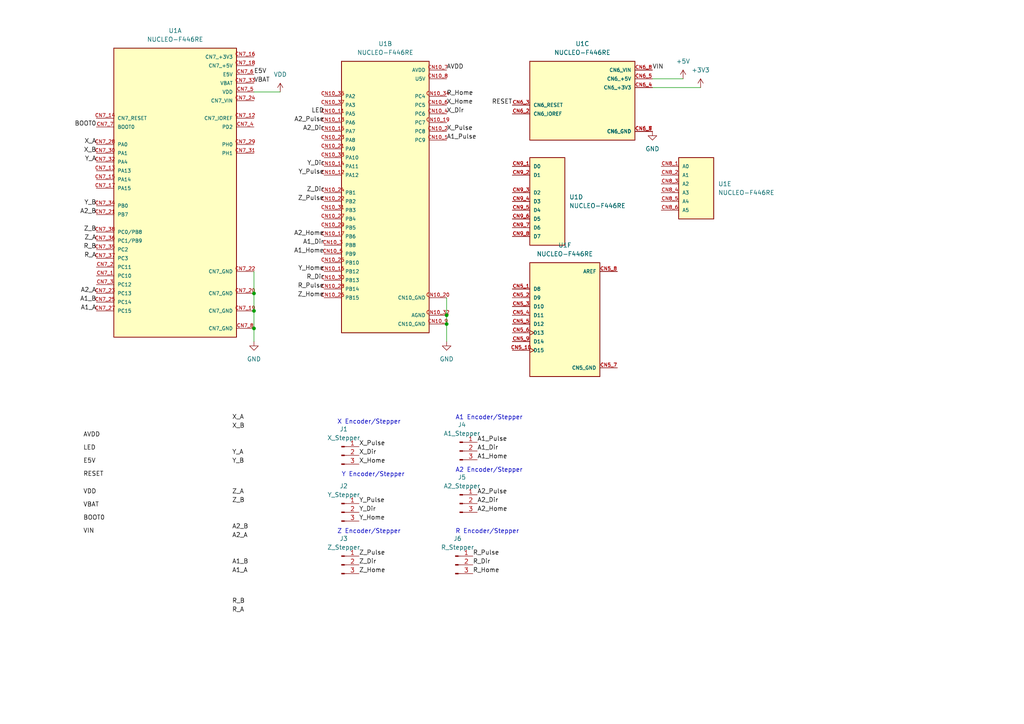
<source format=kicad_sch>
(kicad_sch (version 20230121) (generator eeschema)
  (paper "A4")
  (lib_symbols
    (symbol "Connector:Conn_01x03_Pin" (pin_names (offset 1.016) hide)
      (property "Reference" "J" (at 0 5.08 0))
      (property "Value" "Conn_01x03_Pin" (at 0 -5.08 0))
      (symbol "Conn_01x03_Pin_1_1"
        (polyline (pts (xy 1.27 -2.54) (xy 0.8636 -2.54)) (stroke (width 0.1524)))
        (polyline (pts (xy 1.27 0) (xy 0.8636 0)) (stroke (width 0.1524)))
        (polyline (pts (xy 1.27 2.54) (xy 0.8636 2.54)) (stroke (width 0.1524)))
        (rectangle (start 0.8636 -2.413) (end 0 -2.667) (stroke (width 0.1524)) (fill (type outline)))
        (rectangle (start 0.8636 0.127) (end 0 -0.127) (stroke (width 0.1524)) (fill (type outline)))
        (rectangle (start 0.8636 2.667) (end 0 2.413) (stroke (width 0.1524)) (fill (type outline)))
        (pin passive line (at 5.08 2.54 180) (length 3.81) (name "Pin_1") (number "1"))
        (pin passive line (at 5.08 0 180) (length 3.81) (name "Pin_2") (number "2"))
        (pin passive line (at 5.08 -2.54 180) (length 3.81) (name "Pin_3") (number "3"))
      )
    )
    (symbol "NUCLEO-F446RE:NUCLEO-F446RE" (pin_names (offset 1.016))
      (property "Reference" "U" (at -17.78 41.91 0))
      (property "Value" "NUCLEO-F446RE" (at -17.78 -44.45 0))
      (symbol "NUCLEO-F446RE_1_0"
        (rectangle (start -17.78 40.64) (end 17.78 -43.18) (stroke (width 0.254)) (fill (type background)))
        (pin bidirectional line (at -22.86 -25.4 0) (length 5.08) (name "PC10") (number "CN7_1"))
        (pin bidirectional line (at 22.86 20.32 180) (length 5.08) (name "CN7_IOREF") (number "CN7_12"))
        (pin bidirectional line (at -22.86 5.08 0) (length 5.08) (name "PA13") (number "CN7_13"))
        (pin bidirectional line (at -22.86 20.32 0) (length 5.08) (name "CN7_RESET") (number "CN7_14"))
        (pin bidirectional line (at -22.86 2.54 0) (length 5.08) (name "PA14") (number "CN7_15"))
        (pin power_in line (at 22.86 38.1 180) (length 5.08) (name "CN7_+3V3") (number "CN7_16"))
        (pin bidirectional line (at -22.86 0 0) (length 5.08) (name "PA15") (number "CN7_17"))
        (pin power_in line (at 22.86 35.56 180) (length 5.08) (name "CN7_+5V") (number "CN7_18"))
        (pin power_in line (at 22.86 -35.56 180) (length 5.08) (name "CN7_GND") (number "CN7_19"))
        (pin bidirectional line (at -22.86 -22.86 0) (length 5.08) (name "PC11") (number "CN7_2"))
        (pin power_in line (at 22.86 -30.48 180) (length 5.08) (name "CN7_GND") (number "CN7_20"))
        (pin bidirectional line (at -22.86 -7.62 0) (length 5.08) (name "PB7") (number "CN7_21"))
        (pin power_in line (at 22.86 -24.13 180) (length 5.08) (name "CN7_GND") (number "CN7_22"))
        (pin bidirectional line (at -22.86 -30.48 0) (length 5.08) (name "PC13") (number "CN7_23"))
        (pin power_in line (at 22.86 25.4 180) (length 5.08) (name "CN7_VIN") (number "CN7_24"))
        (pin bidirectional line (at -22.86 -33.02 0) (length 5.08) (name "PC14") (number "CN7_25"))
        (pin bidirectional line (at -22.86 -35.56 0) (length 5.08) (name "PC15") (number "CN7_27"))
        (pin bidirectional line (at -22.86 12.7 0) (length 5.08) (name "PA0") (number "CN7_28"))
        (pin bidirectional line (at 22.86 12.7 180) (length 5.08) (name "PH0") (number "CN7_29"))
        (pin bidirectional line (at -22.86 -27.94 0) (length 5.08) (name "PC12") (number "CN7_3"))
        (pin bidirectional line (at -22.86 10.16 0) (length 5.08) (name "PA1") (number "CN7_30"))
        (pin bidirectional line (at 22.86 10.16 180) (length 5.08) (name "PH1") (number "CN7_31"))
        (pin bidirectional line (at -22.86 7.62 0) (length 5.08) (name "PA4") (number "CN7_32"))
        (pin power_in line (at 22.86 30.48 180) (length 5.08) (name "VBAT") (number "CN7_33"))
        (pin bidirectional line (at -22.86 -5.08 0) (length 5.08) (name "PB0") (number "CN7_34"))
        (pin bidirectional line (at -22.86 -17.78 0) (length 5.08) (name "PC2") (number "CN7_35"))
        (pin bidirectional line (at -22.86 -15.24 0) (length 5.08) (name "PC1/PB9") (number "CN7_36"))
        (pin bidirectional line (at -22.86 -20.32 0) (length 5.08) (name "PC3") (number "CN7_37"))
        (pin bidirectional line (at -22.86 -12.7 0) (length 5.08) (name "PC0/PB8") (number "CN7_38"))
        (pin bidirectional line (at 22.86 17.78 180) (length 5.08) (name "PD2") (number "CN7_4"))
        (pin power_in line (at 22.86 27.94 180) (length 5.08) (name "VDD") (number "CN7_5"))
        (pin power_in line (at 22.86 33.02 180) (length 5.08) (name "E5V") (number "CN7_6"))
        (pin bidirectional line (at -22.86 17.78 0) (length 5.08) (name "BOOT0") (number "CN7_7"))
        (pin power_in line (at 22.86 -40.64 180) (length 5.08) (name "CN7_GND") (number "CN7_8"))
      )
      (symbol "NUCLEO-F446RE_2_0"
        (rectangle (start -12.7 -40.64) (end 12.7 38.1) (stroke (width 0.254)) (fill (type background)))
        (pin bidirectional line (at 17.78 15.24 180) (length 5.08) (name "PC9") (number "CN10_1"))
        (pin bidirectional line (at -17.78 22.86 0) (length 5.08) (name "PA5") (number "CN10_11"))
        (pin bidirectional line (at -17.78 5.08 0) (length 5.08) (name "PA12") (number "CN10_12"))
        (pin bidirectional line (at -17.78 20.32 0) (length 5.08) (name "PA6") (number "CN10_13"))
        (pin bidirectional line (at -17.78 7.62 0) (length 5.08) (name "PA11") (number "CN10_14"))
        (pin bidirectional line (at -17.78 17.78 0) (length 5.08) (name "PA7") (number "CN10_15"))
        (pin bidirectional line (at -17.78 -22.86 0) (length 5.08) (name "PB12") (number "CN10_16"))
        (pin bidirectional line (at -17.78 -12.7 0) (length 5.08) (name "PB6") (number "CN10_17"))
        (pin bidirectional line (at 17.78 20.32 180) (length 5.08) (name "PC7") (number "CN10_19"))
        (pin bidirectional line (at 17.78 17.78 180) (length 5.08) (name "PC8") (number "CN10_2"))
        (pin power_in line (at 17.78 -38.1 180) (length 5.08) (name "CN10_GND") (number "CN10_20"))
        (pin bidirectional line (at -17.78 12.7 0) (length 5.08) (name "PA9") (number "CN10_21"))
        (pin bidirectional line (at -17.78 -2.54 0) (length 5.08) (name "PB2") (number "CN10_22"))
        (pin bidirectional line (at -17.78 15.24 0) (length 5.08) (name "PA8") (number "CN10_23"))
        (pin bidirectional line (at -17.78 0 0) (length 5.08) (name "PB1") (number "CN10_24"))
        (pin bidirectional line (at -17.78 -20.32 0) (length 5.08) (name "PB10") (number "CN10_25"))
        (pin bidirectional line (at -17.78 -30.48 0) (length 5.08) (name "PB15") (number "CN10_26"))
        (pin bidirectional line (at -17.78 -7.62 0) (length 5.08) (name "PB4") (number "CN10_27"))
        (pin bidirectional line (at -17.78 -27.94 0) (length 5.08) (name "PB14") (number "CN10_28"))
        (pin bidirectional line (at -17.78 -10.16 0) (length 5.08) (name "PB5") (number "CN10_29"))
        (pin bidirectional line (at -17.78 -15.24 0) (length 5.08) (name "PB8") (number "CN10_3"))
        (pin bidirectional line (at -17.78 -25.4 0) (length 5.08) (name "PB13") (number "CN10_30"))
        (pin bidirectional line (at -17.78 -5.08 0) (length 5.08) (name "PB3") (number "CN10_31"))
        (pin power_in line (at 17.78 -35.56 180) (length 5.08) (name "AGND") (number "CN10_32"))
        (pin bidirectional line (at -17.78 10.16 0) (length 5.08) (name "PA10") (number "CN10_33"))
        (pin bidirectional line (at 17.78 27.94 180) (length 5.08) (name "PC4") (number "CN10_34"))
        (pin bidirectional line (at -17.78 27.94 0) (length 5.08) (name "PA2") (number "CN10_35"))
        (pin bidirectional line (at -17.78 25.4 0) (length 5.08) (name "PA3") (number "CN10_37"))
        (pin bidirectional line (at 17.78 22.86 180) (length 5.08) (name "PC6") (number "CN10_4"))
        (pin bidirectional line (at -17.78 -17.78 0) (length 5.08) (name "PB9") (number "CN10_5"))
        (pin bidirectional line (at 17.78 25.4 180) (length 5.08) (name "PC5") (number "CN10_6"))
        (pin power_in line (at 17.78 35.56 180) (length 5.08) (name "AVDD") (number "CN10_7"))
        (pin power_in line (at 17.78 33.02 180) (length 5.08) (name "U5V") (number "CN10_8"))
        (pin power_in line (at 17.78 -38.1 180) (length 5.08) (name "CN10_GND") (number "CN10_9"))
      )
      (symbol "NUCLEO-F446RE_3_0"
        (rectangle (start -15.24 -12.7) (end 15.24 10.16) (stroke (width 0.254)) (fill (type background)))
        (pin bidirectional line (at -20.32 -5.08 0) (length 5.08) (name "CN6_IOREF") (number "CN6_2"))
        (pin bidirectional line (at -20.32 -2.54 0) (length 5.08) (name "CN6_RESET") (number "CN6_3"))
        (pin power_in line (at 20.32 2.54 180) (length 5.08) (name "CN6_+3V3") (number "CN6_4"))
        (pin power_in line (at 20.32 5.08 180) (length 5.08) (name "CN6_+5V") (number "CN6_5"))
        (pin power_in line (at 20.32 -10.16 180) (length 5.08) (name "CN6_GND") (number "CN6_6"))
        (pin power_in line (at 20.32 -10.16 180) (length 5.08) (name "CN6_GND") (number "CN6_7"))
        (pin power_in line (at 20.32 7.62 180) (length 5.08) (name "CN6_VIN") (number "CN6_8"))
      )
      (symbol "NUCLEO-F446RE_4_0"
        (rectangle (start -5.08 -12.7) (end 5.08 12.7) (stroke (width 0.254)) (fill (type background)))
        (pin input line (at -10.16 10.16 0) (length 5.08) (name "D0") (number "CN9_1"))
        (pin output line (at -10.16 7.62 0) (length 5.08) (name "D1") (number "CN9_2"))
        (pin bidirectional line (at -10.16 2.54 0) (length 5.08) (name "D2") (number "CN9_3"))
        (pin bidirectional line (at -10.16 0 0) (length 5.08) (name "D3") (number "CN9_4"))
        (pin bidirectional line (at -10.16 -2.54 0) (length 5.08) (name "D4") (number "CN9_5"))
        (pin bidirectional line (at -10.16 -5.08 0) (length 5.08) (name "D5") (number "CN9_6"))
        (pin bidirectional line (at -10.16 -7.62 0) (length 5.08) (name "D6") (number "CN9_7"))
        (pin bidirectional line (at -10.16 -10.16 0) (length 5.08) (name "D7") (number "CN9_8"))
      )
      (symbol "NUCLEO-F446RE_5_0"
        (rectangle (start -5.08 -10.16) (end 5.08 7.62) (stroke (width 0.254)) (fill (type background)))
        (pin input line (at -10.16 5.08 0) (length 5.08) (name "A0") (number "CN8_1"))
        (pin input line (at -10.16 2.54 0) (length 5.08) (name "A1") (number "CN8_2"))
        (pin input line (at -10.16 0 0) (length 5.08) (name "A2") (number "CN8_3"))
        (pin input line (at -10.16 -2.54 0) (length 5.08) (name "A3") (number "CN8_4"))
        (pin input line (at -10.16 -5.08 0) (length 5.08) (name "A4") (number "CN8_5"))
        (pin input line (at -10.16 -7.62 0) (length 5.08) (name "A5") (number "CN8_6"))
      )
      (symbol "NUCLEO-F446RE_6_0"
        (rectangle (start -10.16 -17.78) (end 10.16 15.24) (stroke (width 0.254)) (fill (type background)))
        (pin bidirectional line (at -15.24 7.62 0) (length 5.08) (name "D8") (number "CN5_1"))
        (pin bidirectional clock (at -15.24 -10.16 0) (length 5.08) (name "D15") (number "CN5_10"))
        (pin bidirectional line (at -15.24 5.08 0) (length 5.08) (name "D9") (number "CN5_2"))
        (pin bidirectional line (at -15.24 2.54 0) (length 5.08) (name "D10") (number "CN5_3"))
        (pin bidirectional line (at -15.24 0 0) (length 5.08) (name "D11") (number "CN5_4"))
        (pin bidirectional line (at -15.24 -2.54 0) (length 5.08) (name "D12") (number "CN5_5"))
        (pin bidirectional clock (at -15.24 -5.08 0) (length 5.08) (name "D13") (number "CN5_6"))
        (pin power_in line (at 15.24 -15.24 180) (length 5.08) (name "CN5_GND") (number "CN5_7"))
        (pin power_in line (at 15.24 12.7 180) (length 5.08) (name "AREF") (number "CN5_8"))
        (pin bidirectional line (at -15.24 -7.62 0) (length 5.08) (name "D14") (number "CN5_9"))
      )
    )
    (symbol "NUCLEO-F446RE_1" (pin_names (offset 1.016))
      (property "Reference" "U" (at -17.78 41.91 0))
      (property "Value" "NUCLEO-F446RE" (at -17.78 -44.45 0))
      (symbol "NUCLEO-F446RE_1_1_0"
        (rectangle (start -17.78 40.64) (end 17.78 -43.18) (stroke (width 0.254)) (fill (type background)))
        (pin bidirectional line (at -22.86 -25.4 0) (length 5.08) (name "PC10") (number "CN7_1"))
        (pin bidirectional line (at 22.86 20.32 180) (length 5.08) (name "CN7_IOREF") (number "CN7_12"))
        (pin bidirectional line (at -22.86 5.08 0) (length 5.08) (name "PA13") (number "CN7_13"))
        (pin bidirectional line (at -22.86 20.32 0) (length 5.08) (name "CN7_RESET") (number "CN7_14"))
        (pin bidirectional line (at -22.86 2.54 0) (length 5.08) (name "PA14") (number "CN7_15"))
        (pin power_in line (at 22.86 38.1 180) (length 5.08) (name "CN7_+3V3") (number "CN7_16"))
        (pin bidirectional line (at -22.86 0 0) (length 5.08) (name "PA15") (number "CN7_17"))
        (pin power_in line (at 22.86 35.56 180) (length 5.08) (name "CN7_+5V") (number "CN7_18"))
        (pin power_in line (at 22.86 -35.56 180) (length 5.08) (name "CN7_GND") (number "CN7_19"))
        (pin bidirectional line (at -22.86 -22.86 0) (length 5.08) (name "PC11") (number "CN7_2"))
        (pin power_in line (at 22.86 -30.48 180) (length 5.08) (name "CN7_GND") (number "CN7_20"))
        (pin bidirectional line (at -22.86 -7.62 0) (length 5.08) (name "PB7") (number "CN7_21"))
        (pin power_in line (at 22.86 -24.13 180) (length 5.08) (name "CN7_GND") (number "CN7_22"))
        (pin bidirectional line (at -22.86 -30.48 0) (length 5.08) (name "PC13") (number "CN7_23"))
        (pin power_in line (at 22.86 25.4 180) (length 5.08) (name "CN7_VIN") (number "CN7_24"))
        (pin bidirectional line (at -22.86 -33.02 0) (length 5.08) (name "PC14") (number "CN7_25"))
        (pin bidirectional line (at -22.86 -35.56 0) (length 5.08) (name "PC15") (number "CN7_27"))
        (pin bidirectional line (at -22.86 12.7 0) (length 5.08) (name "PA0") (number "CN7_28"))
        (pin bidirectional line (at 22.86 12.7 180) (length 5.08) (name "PH0") (number "CN7_29"))
        (pin bidirectional line (at -22.86 -27.94 0) (length 5.08) (name "PC12") (number "CN7_3"))
        (pin bidirectional line (at -22.86 10.16 0) (length 5.08) (name "PA1") (number "CN7_30"))
        (pin bidirectional line (at 22.86 10.16 180) (length 5.08) (name "PH1") (number "CN7_31"))
        (pin bidirectional line (at -22.86 7.62 0) (length 5.08) (name "PA4") (number "CN7_32"))
        (pin power_in line (at 22.86 30.48 180) (length 5.08) (name "VBAT") (number "CN7_33"))
        (pin bidirectional line (at -22.86 -5.08 0) (length 5.08) (name "PB0") (number "CN7_34"))
        (pin bidirectional line (at -22.86 -17.78 0) (length 5.08) (name "PC2") (number "CN7_35"))
        (pin bidirectional line (at -22.86 -15.24 0) (length 5.08) (name "PC1/PB9") (number "CN7_36"))
        (pin bidirectional line (at -22.86 -20.32 0) (length 5.08) (name "PC3") (number "CN7_37"))
        (pin bidirectional line (at -22.86 -12.7 0) (length 5.08) (name "PC0/PB8") (number "CN7_38"))
        (pin bidirectional line (at 22.86 17.78 180) (length 5.08) (name "PD2") (number "CN7_4"))
        (pin power_in line (at 22.86 27.94 180) (length 5.08) (name "VDD") (number "CN7_5"))
        (pin power_in line (at 22.86 33.02 180) (length 5.08) (name "E5V") (number "CN7_6"))
        (pin bidirectional line (at -22.86 17.78 0) (length 5.08) (name "BOOT0") (number "CN7_7"))
        (pin power_in line (at 22.86 -40.64 180) (length 5.08) (name "CN7_GND") (number "CN7_8"))
      )
      (symbol "NUCLEO-F446RE_1_2_0"
        (rectangle (start -12.7 -40.64) (end 12.7 38.1) (stroke (width 0.254)) (fill (type background)))
        (pin bidirectional line (at 17.78 15.24 180) (length 5.08) (name "PC9") (number "CN10_1"))
        (pin bidirectional line (at -17.78 22.86 0) (length 5.08) (name "PA5") (number "CN10_11"))
        (pin bidirectional line (at -17.78 5.08 0) (length 5.08) (name "PA12") (number "CN10_12"))
        (pin bidirectional line (at -17.78 20.32 0) (length 5.08) (name "PA6") (number "CN10_13"))
        (pin bidirectional line (at -17.78 7.62 0) (length 5.08) (name "PA11") (number "CN10_14"))
        (pin bidirectional line (at -17.78 17.78 0) (length 5.08) (name "PA7") (number "CN10_15"))
        (pin bidirectional line (at -17.78 -22.86 0) (length 5.08) (name "PB12") (number "CN10_16"))
        (pin bidirectional line (at -17.78 -12.7 0) (length 5.08) (name "PB6") (number "CN10_17"))
        (pin bidirectional line (at 17.78 20.32 180) (length 5.08) (name "PC7") (number "CN10_19"))
        (pin bidirectional line (at 17.78 17.78 180) (length 5.08) (name "PC8") (number "CN10_2"))
        (pin power_in line (at 17.78 -30.48 180) (length 5.08) (name "CN10_GND") (number "CN10_20"))
        (pin bidirectional line (at -17.78 12.7 0) (length 5.08) (name "PA9") (number "CN10_21"))
        (pin bidirectional line (at -17.78 -2.54 0) (length 5.08) (name "PB2") (number "CN10_22"))
        (pin bidirectional line (at -17.78 15.24 0) (length 5.08) (name "PA8") (number "CN10_23"))
        (pin bidirectional line (at -17.78 0 0) (length 5.08) (name "PB1") (number "CN10_24"))
        (pin bidirectional line (at -17.78 -20.32 0) (length 5.08) (name "PB10") (number "CN10_25"))
        (pin bidirectional line (at -17.78 -30.48 0) (length 5.08) (name "PB15") (number "CN10_26"))
        (pin bidirectional line (at -17.78 -7.62 0) (length 5.08) (name "PB4") (number "CN10_27"))
        (pin bidirectional line (at -17.78 -27.94 0) (length 5.08) (name "PB14") (number "CN10_28"))
        (pin bidirectional line (at -17.78 -10.16 0) (length 5.08) (name "PB5") (number "CN10_29"))
        (pin bidirectional line (at -17.78 -15.24 0) (length 5.08) (name "PB8") (number "CN10_3"))
        (pin bidirectional line (at -17.78 -25.4 0) (length 5.08) (name "PB13") (number "CN10_30"))
        (pin bidirectional line (at -17.78 -5.08 0) (length 5.08) (name "PB3") (number "CN10_31"))
        (pin power_in line (at 17.78 -35.56 180) (length 5.08) (name "AGND") (number "CN10_32"))
        (pin bidirectional line (at -17.78 10.16 0) (length 5.08) (name "PA10") (number "CN10_33"))
        (pin bidirectional line (at 17.78 27.94 180) (length 5.08) (name "PC4") (number "CN10_34"))
        (pin bidirectional line (at -17.78 27.94 0) (length 5.08) (name "PA2") (number "CN10_35"))
        (pin bidirectional line (at -17.78 25.4 0) (length 5.08) (name "PA3") (number "CN10_37"))
        (pin bidirectional line (at 17.78 22.86 180) (length 5.08) (name "PC6") (number "CN10_4"))
        (pin bidirectional line (at -17.78 -17.78 0) (length 5.08) (name "PB9") (number "CN10_5"))
        (pin bidirectional line (at 17.78 25.4 180) (length 5.08) (name "PC5") (number "CN10_6"))
        (pin power_in line (at 17.78 35.56 180) (length 5.08) (name "AVDD") (number "CN10_7"))
        (pin power_in line (at 17.78 33.02 180) (length 5.08) (name "U5V") (number "CN10_8"))
        (pin power_in line (at 17.78 -38.1 180) (length 5.08) (name "CN10_GND") (number "CN10_9"))
      )
      (symbol "NUCLEO-F446RE_1_3_0"
        (rectangle (start -15.24 -12.7) (end 15.24 10.16) (stroke (width 0.254)) (fill (type background)))
        (pin bidirectional line (at -20.32 -5.08 0) (length 5.08) (name "CN6_IOREF") (number "CN6_2"))
        (pin bidirectional line (at -20.32 -2.54 0) (length 5.08) (name "CN6_RESET") (number "CN6_3"))
        (pin power_in line (at 20.32 2.54 180) (length 5.08) (name "CN6_+3V3") (number "CN6_4"))
        (pin power_in line (at 20.32 5.08 180) (length 5.08) (name "CN6_+5V") (number "CN6_5"))
        (pin power_in line (at 20.32 -10.16 180) (length 5.08) (name "CN6_GND") (number "CN6_6"))
        (pin power_in line (at 20.32 -10.16 180) (length 5.08) (name "CN6_GND") (number "CN6_7"))
        (pin power_in line (at 20.32 7.62 180) (length 5.08) (name "CN6_VIN") (number "CN6_8"))
      )
      (symbol "NUCLEO-F446RE_1_4_0"
        (rectangle (start -5.08 -12.7) (end 5.08 12.7) (stroke (width 0.254)) (fill (type background)))
        (pin input line (at -10.16 10.16 0) (length 5.08) (name "D0") (number "CN9_1"))
        (pin output line (at -10.16 7.62 0) (length 5.08) (name "D1") (number "CN9_2"))
        (pin bidirectional line (at -10.16 2.54 0) (length 5.08) (name "D2") (number "CN9_3"))
        (pin bidirectional line (at -10.16 0 0) (length 5.08) (name "D3") (number "CN9_4"))
        (pin bidirectional line (at -10.16 -2.54 0) (length 5.08) (name "D4") (number "CN9_5"))
        (pin bidirectional line (at -10.16 -5.08 0) (length 5.08) (name "D5") (number "CN9_6"))
        (pin bidirectional line (at -10.16 -7.62 0) (length 5.08) (name "D6") (number "CN9_7"))
        (pin bidirectional line (at -10.16 -10.16 0) (length 5.08) (name "D7") (number "CN9_8"))
      )
      (symbol "NUCLEO-F446RE_1_5_0"
        (rectangle (start -5.08 -10.16) (end 5.08 7.62) (stroke (width 0.254)) (fill (type background)))
        (pin input line (at -10.16 5.08 0) (length 5.08) (name "A0") (number "CN8_1"))
        (pin input line (at -10.16 2.54 0) (length 5.08) (name "A1") (number "CN8_2"))
        (pin input line (at -10.16 0 0) (length 5.08) (name "A2") (number "CN8_3"))
        (pin input line (at -10.16 -2.54 0) (length 5.08) (name "A3") (number "CN8_4"))
        (pin input line (at -10.16 -5.08 0) (length 5.08) (name "A4") (number "CN8_5"))
        (pin input line (at -10.16 -7.62 0) (length 5.08) (name "A5") (number "CN8_6"))
      )
      (symbol "NUCLEO-F446RE_1_6_0"
        (rectangle (start -10.16 -17.78) (end 10.16 15.24) (stroke (width 0.254)) (fill (type background)))
        (pin bidirectional line (at -15.24 7.62 0) (length 5.08) (name "D8") (number "CN5_1"))
        (pin bidirectional clock (at -15.24 -10.16 0) (length 5.08) (name "D15") (number "CN5_10"))
        (pin bidirectional line (at -15.24 5.08 0) (length 5.08) (name "D9") (number "CN5_2"))
        (pin bidirectional line (at -15.24 2.54 0) (length 5.08) (name "D10") (number "CN5_3"))
        (pin bidirectional line (at -15.24 0 0) (length 5.08) (name "D11") (number "CN5_4"))
        (pin bidirectional line (at -15.24 -2.54 0) (length 5.08) (name "D12") (number "CN5_5"))
        (pin bidirectional clock (at -15.24 -5.08 0) (length 5.08) (name "D13") (number "CN5_6"))
        (pin power_in line (at 15.24 -15.24 180) (length 5.08) (name "CN5_GND") (number "CN5_7"))
        (pin power_in line (at 15.24 12.7 180) (length 5.08) (name "AREF") (number "CN5_8"))
        (pin bidirectional line (at -15.24 -7.62 0) (length 5.08) (name "D14") (number "CN5_9"))
      )
    )
    (symbol "power:+3V3" (power) (pin_names (offset 0))
      (property "Value" "+3V3" (at 0 3.556 0))
      (symbol "+3V3_0_1"
        (polyline (pts (xy -0.762 1.27) (xy 0 2.54)))
        (polyline (pts (xy 0 0) (xy 0 2.54)))
        (polyline (pts (xy 0 2.54) (xy 0.762 1.27)))
      )
      (symbol "+3V3_1_1"
        (pin power_in line (at 0 0 90) (length 0) hide (name "+3V3") (number "1"))
      )
    )
    (symbol "power:+5V" (power) (pin_names (offset 0))
      (property "Value" "+5V" (at 0 3.556 0))
      (symbol "+5V_0_1"
        (polyline (pts (xy -0.762 1.27) (xy 0 2.54)))
        (polyline (pts (xy 0 0) (xy 0 2.54)))
        (polyline (pts (xy 0 2.54) (xy 0.762 1.27)))
      )
      (symbol "+5V_1_1"
        (pin power_in line (at 0 0 90) (length 0) hide (name "+5V") (number "1"))
      )
    )
    (symbol "power:GND" (power) (pin_names (offset 0))
      (property "Value" "GND" (at 0 -3.81 0))
      (symbol "GND_0_1"
        (polyline (pts (xy 0 0) (xy 0 -1.27) (xy 1.27 -1.27) (xy 0 -2.54) (xy -1.27 -1.27) (xy 0 -1.27)))
      )
      (symbol "GND_1_1"
        (pin power_in line (at 0 0 270) (length 0) hide (name "GND") (number "1"))
      )
    )
    (symbol "power:VDD" (power) (pin_names (offset 0))
      (property "Value" "VDD" (at 0 3.81 0))
      (symbol "VDD_0_1"
        (polyline (pts (xy -0.762 1.27) (xy 0 2.54)))
        (polyline (pts (xy 0 0) (xy 0 2.54)))
        (polyline (pts (xy 0 2.54) (xy 0.762 1.27)))
      )
      (symbol "VDD_1_1"
        (pin power_in line (at 0 0 90) (length 0) hide (name "VDD") (number "1"))
      )
    )
  )
  (junction (at 129.54 91.44))
  (junction (at 73.66 90.17))
  (junction (at 129.54 93.98))
  (junction (at 73.66 85.09))
  (junction (at 73.66 95.25))
  (wire (pts (xy 73.66 26.67) (xy 81.28 26.67)))
  (wire (pts (xy 73.66 99.06) (xy 73.66 95.25)))
  (wire (pts (xy 129.54 99.06) (xy 129.54 93.98)))
  (wire (pts (xy 129.54 86.36) (xy 129.54 91.44)))
  (wire (pts (xy 189.23 25.4) (xy 203.2 25.4)))
  (wire (pts (xy 129.54 91.44) (xy 129.54 93.98)))
  (wire (pts (xy 73.66 78.74) (xy 73.66 85.09)))
  (wire (pts (xy 73.66 90.17) (xy 73.66 95.25)))
  (wire (pts (xy 73.66 85.09) (xy 73.66 90.17)))
  (wire (pts (xy 189.23 22.86) (xy 198.12 22.86)))
  (text "A1 Encoder/Stepper" (at 132.08 121.92 0) (effects (font (size 1.27 1.27)) (justify left bottom)))
  (text "Z Encoder/Stepper" (at 97.79 154.94 0) (effects (font (size 1.27 1.27)) (justify left bottom)))
  (text "R Encoder/Stepper" (at 132.08 154.94 0) (effects (font (size 1.27 1.27)) (justify left bottom)))
  (text "X Encoder/Stepper" (at 97.79 123.19 0) (effects (font (size 1.27 1.27)) (justify left bottom)))
  (text "Y Encoder/Stepper" (at 99.06 138.43 0) (effects (font (size 1.27 1.27)) (justify left bottom)))
  (text "A2 Encoder/Stepper" (at 132.08 137.16 0) (effects (font (size 1.27 1.27)) (justify left bottom)))
  (label "A2_Pulse" (at 138.43 143.51 0))
  (label "Z_Dir" (at 93.98 55.88 180))
  (label "VIN" (at 24.13 154.94 0))
  (label "A2_A" (at 27.94 85.09 180))
  (label "Y_Home" (at 104.14 151.13 0))
  (label "X_Pulse" (at 129.54 38.1 0))
  (label "BOOT0" (at 27.94 36.83 180))
  (label "A2_B" (at 27.94 62.23 180))
  (label "BOOT0" (at 24.13 151.13 0))
  (label "X_Dir" (at 129.54 33.02 0))
  (label "A1_B" (at 27.94 87.63 180))
  (label "Y_Pulse" (at 104.14 146.05 0))
  (label "Z_Home" (at 93.98 86.36 180))
  (label "A1_Dir" (at 93.98 71.12 180))
  (label "A2_A" (at 67.31 156.21 0))
  (label "R_Pulse" (at 93.98 83.82 180))
  (label "A1_A" (at 27.94 90.17 180))
  (label "AVDD" (at 129.54 20.32 0))
  (label "VDD" (at 24.13 143.51 0))
  (label "VBAT" (at 73.66 24.13 0))
  (label "Z_Dir" (at 104.14 163.83 0))
  (label "Y_Dir" (at 93.98 48.26 180))
  (label "VIN" (at 189.23 20.32 0))
  (label "Z_Pulse" (at 104.14 161.29 0))
  (label "AVDD" (at 24.13 127 0))
  (label "R_Pulse" (at 137.16 161.29 0))
  (label "VBAT" (at 24.13 147.32 0))
  (label "LED" (at 24.13 130.81 0))
  (label "Y_Home" (at 93.98 78.74 180))
  (label "Y_Pulse" (at 93.98 50.8 180))
  (label "X_B" (at 27.94 44.45 180))
  (label "E5V" (at 24.13 134.62 0))
  (label "R_A" (at 27.94 74.93 180))
  (label "LED" (at 93.98 33.02 180))
  (label "Z_A" (at 67.31 143.51 0))
  (label "Y_Dir" (at 104.14 148.59 0))
  (label "A1_Home" (at 93.98 73.66 180))
  (label "Z_B" (at 67.31 146.05 0))
  (label "X_Home" (at 129.54 30.48 0))
  (label "Z_A" (at 27.94 69.85 180))
  (label "Y_A" (at 27.94 46.99 180))
  (label "R_A" (at 67.31 177.8 0))
  (label "A2_Dir" (at 93.98 38.1 180))
  (label "X_Home" (at 104.14 134.62 0))
  (label "Z_Home" (at 104.14 166.37 0))
  (label "A1_Dir" (at 138.43 130.81 0))
  (label "Z_B" (at 27.94 67.31 180))
  (label "R_Home" (at 137.16 166.37 0))
  (label "A1_Pulse" (at 138.43 128.27 0))
  (label "Y_A" (at 67.31 132.08 0))
  (label "X_A" (at 67.31 121.92 0))
  (label "A2_Home" (at 93.98 68.58 180))
  (label "A2_Pulse" (at 93.98 35.56 180))
  (label "A1_B" (at 67.31 163.83 0))
  (label "R_B" (at 27.94 72.39 180))
  (label "A1_Pulse" (at 129.54 40.64 0))
  (label "R_Home" (at 129.54 27.94 0))
  (label "R_Dir" (at 93.98 81.28 180))
  (label "E5V" (at 73.66 21.59 0))
  (label "R_Dir" (at 137.16 163.83 0))
  (label "X_A" (at 27.94 41.91 180))
  (label "RESET" (at 148.59 30.48 180))
  (label "X_B" (at 67.31 124.46 0))
  (label "R_B" (at 67.31 175.26 0))
  (label "A2_Home" (at 138.43 148.59 0))
  (label "A2_B" (at 67.31 153.67 0))
  (label "X_Pulse" (at 104.14 129.54 0))
  (label "Y_B" (at 27.94 59.69 180))
  (label "A1_Home" (at 138.43 133.35 0))
  (label "A2_Dir" (at 138.43 146.05 0))
  (label "RESET" (at 24.13 138.43 0))
  (label "A1_A" (at 67.31 166.37 0))
  (label "Y_B" (at 67.31 134.62 0))
  (label "X_Dir" (at 104.14 132.08 0))
  (label "Z_Pulse" (at 93.98 58.42 180))
  (symbol (lib_id "Connector:Conn_01x03_Pin") (at 99.06 132.08 0) (unit 1)
    (property "Reference" "J1" (at 99.695 124.46 0))
    (property "Value" "X_Stepper" (at 99.695 127 0))
  )
  (symbol (lib_id "NUCLEO-F446RE:NUCLEO-F446RE") (at 201.93 53.34 0) (unit 5)
    (property "Reference" "U1" (at 208.28 53.34 0) (effects (justify left)))
    (property "Value" "NUCLEO-F446RE" (at 208.28 55.88 0) (effects (justify left)))
    (property "Footprint" "NUCLEO-F446RE:MODULE_NUCLEO-F446RE" (effects hide))
    (property "MF" "STMicroelectronics" (effects hide))
    (property "Package" "None" (effects hide))
    (property "Price" "None" (effects hide))
    (property "Check_prices" "https://www.snapeda.com/parts/NUCLEO-F446RE/STMicroelectronics/view-part/?ref=eda" (effects hide))
    (property "STANDARD" "Manufacturer Recommendations" (effects hide))
    (property "PARTREV" "13" (effects hide))
    (property "SnapEDA_Link" "https://www.snapeda.com/parts/NUCLEO-F446RE/STMicroelectronics/view-part/?ref=snap" (effects hide))
    (property "MP" "NUCLEO-F446RE" (effects hide))
    (property "Purchase-URL" "https://www.snapeda.com/api/url_track_click_mouser/?unipart_id=284290&manufacturer=STMicroelectronics&part_name=NUCLEO-F446RE&search_term=None" (effects hide))
    (property "Description" "\nSTM32F446RE, mbed-Enabled Development Nucleo-64 STM32F4 ARM® Cortex®-M4 MCU 32-Bit Embedded Evaluation Board\n" (effects hide))
    (property "Availability" "In Stock" (effects hide))
    (property "MANUFACTURER" "STMicroelectronics" (effects hide))
  )
  (symbol (lib_id "NUCLEO-F446RE:NUCLEO-F446RE") (at 163.83 91.44 0) (unit 6)
    (property "Reference" "U1" (at 163.83 71.12 0))
    (property "Value" "NUCLEO-F446RE" (at 163.83 73.66 0))
    (property "Footprint" "NUCLEO-F446RE:MODULE_NUCLEO-F446RE" (effects hide))
    (property "MF" "STMicroelectronics" (effects hide))
    (property "Package" "None" (effects hide))
    (property "Price" "None" (effects hide))
    (property "Check_prices" "https://www.snapeda.com/parts/NUCLEO-F446RE/STMicroelectronics/view-part/?ref=eda" (effects hide))
    (property "STANDARD" "Manufacturer Recommendations" (effects hide))
    (property "PARTREV" "13" (effects hide))
    (property "SnapEDA_Link" "https://www.snapeda.com/parts/NUCLEO-F446RE/STMicroelectronics/view-part/?ref=snap" (effects hide))
    (property "MP" "NUCLEO-F446RE" (effects hide))
    (property "Purchase-URL" "https://www.snapeda.com/api/url_track_click_mouser/?unipart_id=284290&manufacturer=STMicroelectronics&part_name=NUCLEO-F446RE&search_term=None" (effects hide))
    (property "Description" "\nSTM32F446RE, mbed-Enabled Development Nucleo-64 STM32F4 ARM® Cortex®-M4 MCU 32-Bit Embedded Evaluation Board\n" (effects hide))
    (property "Availability" "In Stock" (effects hide))
    (property "MANUFACTURER" "STMicroelectronics" (effects hide))
  )
  (symbol (lib_id "power:+5V") (at 198.12 22.86 0) (unit 1)
    (property "Reference" "#PWR06" (effects hide))
    (property "Value" "+5V" (at 198.12 17.78 0))
  )
  (symbol (lib_id "Connector:Conn_01x03_Pin") (at 99.06 148.59 0) (unit 1)
    (property "Reference" "J2" (at 99.695 140.97 0))
    (property "Value" "Y_Stepper" (at 99.695 143.51 0))
  )
  (symbol (lib_id "NUCLEO-F446RE:NUCLEO-F446RE") (at 158.75 58.42 0) (unit 4)
    (property "Reference" "U1" (at 165.1 57.15 0) (effects (justify left)))
    (property "Value" "NUCLEO-F446RE" (at 165.1 59.69 0) (effects (justify left)))
    (property "Footprint" "NUCLEO-F446RE:MODULE_NUCLEO-F446RE" (effects hide))
    (property "MF" "STMicroelectronics" (effects hide))
    (property "Package" "None" (effects hide))
    (property "Price" "None" (effects hide))
    (property "Check_prices" "https://www.snapeda.com/parts/NUCLEO-F446RE/STMicroelectronics/view-part/?ref=eda" (effects hide))
    (property "STANDARD" "Manufacturer Recommendations" (effects hide))
    (property "PARTREV" "13" (effects hide))
    (property "SnapEDA_Link" "https://www.snapeda.com/parts/NUCLEO-F446RE/STMicroelectronics/view-part/?ref=snap" (effects hide))
    (property "MP" "NUCLEO-F446RE" (effects hide))
    (property "Purchase-URL" "https://www.snapeda.com/api/url_track_click_mouser/?unipart_id=284290&manufacturer=STMicroelectronics&part_name=NUCLEO-F446RE&search_term=None" (effects hide))
    (property "Description" "\nSTM32F446RE, mbed-Enabled Development Nucleo-64 STM32F4 ARM® Cortex®-M4 MCU 32-Bit Embedded Evaluation Board\n" (effects hide))
    (property "Availability" "In Stock" (effects hide))
    (property "MANUFACTURER" "STMicroelectronics" (effects hide))
  )
  (symbol (lib_id "Connector:Conn_01x03_Pin") (at 99.06 163.83 0) (unit 1)
    (property "Reference" "J3" (at 99.695 156.21 0))
    (property "Value" "Z_Stepper" (at 99.695 158.75 0))
  )
  (symbol (lib_id "power:+3V3") (at 203.2 25.4 0) (unit 1)
    (property "Reference" "#PWR05" (effects hide))
    (property "Value" "+3V3" (at 203.2 20.32 0))
  )
  (symbol (lib_id "Connector:Conn_01x03_Pin") (at 133.35 130.81 0) (unit 1)
    (property "Reference" "J4" (at 133.985 123.19 0))
    (property "Value" "A1_Stepper" (at 133.985 125.73 0))
  )
  (symbol (lib_id "power:VDD") (at 81.28 26.67 0) (unit 1)
    (property "Reference" "#PWR02" (effects hide))
    (property "Value" "VDD" (at 81.28 21.59 0))
  )
  (symbol (lib_id "Connector:Conn_01x03_Pin") (at 132.08 163.83 0) (unit 1)
    (property "Reference" "J6" (at 132.715 156.21 0))
    (property "Value" "R_Stepper" (at 132.715 158.75 0))
  )
  (symbol (lib_id "power:GND") (at 129.54 99.06 0) (unit 1)
    (property "Reference" "#PWR01" (effects hide))
    (property "Value" "GND" (at 129.54 104.14 0))
  )
  (symbol (lib_id "power:GND") (at 73.66 99.06 0) (unit 1)
    (property "Reference" "#PWR04" (effects hide))
    (property "Value" "GND" (at 73.66 104.14 0))
  )
  (symbol (lib_id "NUCLEO-F446RE:NUCLEO-F446RE") (at 168.91 27.94 0) (unit 3)
    (property "Reference" "U1" (at 168.91 12.7 0))
    (property "Value" "NUCLEO-F446RE" (at 168.91 15.24 0))
    (property "Footprint" "NUCLEO-F446RE:MODULE_NUCLEO-F446RE" (effects hide))
    (property "MF" "STMicroelectronics" (effects hide))
    (property "Package" "None" (effects hide))
    (property "Price" "None" (effects hide))
    (property "Check_prices" "https://www.snapeda.com/parts/NUCLEO-F446RE/STMicroelectronics/view-part/?ref=eda" (effects hide))
    (property "STANDARD" "Manufacturer Recommendations" (effects hide))
    (property "PARTREV" "13" (effects hide))
    (property "SnapEDA_Link" "https://www.snapeda.com/parts/NUCLEO-F446RE/STMicroelectronics/view-part/?ref=snap" (effects hide))
    (property "MP" "NUCLEO-F446RE" (effects hide))
    (property "Purchase-URL" "https://www.snapeda.com/api/url_track_click_mouser/?unipart_id=284290&manufacturer=STMicroelectronics&part_name=NUCLEO-F446RE&search_term=None" (effects hide))
    (property "Description" "\nSTM32F446RE, mbed-Enabled Development Nucleo-64 STM32F4 ARM® Cortex®-M4 MCU 32-Bit Embedded Evaluation Board\n" (effects hide))
    (property "Availability" "In Stock" (effects hide))
    (property "MANUFACTURER" "STMicroelectronics" (effects hide))
  )
  (symbol (lib_id "power:GND") (at 189.23 38.1 0) (unit 1)
    (property "Reference" "#PWR03" (effects hide))
    (property "Value" "GND" (at 189.23 43.18 0))
  )
  (symbol (lib_id "NUCLEO-F446RE:NUCLEO-F446RE") (at 50.8 54.61 0) (unit 1)
    (property "Reference" "U1" (at 50.8 8.89 0))
    (property "Value" "NUCLEO-F446RE" (at 50.8 11.43 0))
    (property "Footprint" "NUCLEO-F446RE:MODULE_NUCLEO-F446RE" (effects hide))
    (property "MF" "STMicroelectronics" (effects hide))
    (property "Package" "None" (effects hide))
    (property "Price" "None" (effects hide))
    (property "Check_prices" "https://www.snapeda.com/parts/NUCLEO-F446RE/STMicroelectronics/view-part/?ref=eda" (effects hide))
    (property "STANDARD" "Manufacturer Recommendations" (effects hide))
    (property "PARTREV" "13" (effects hide))
    (property "SnapEDA_Link" "https://www.snapeda.com/parts/NUCLEO-F446RE/STMicroelectronics/view-part/?ref=snap" (effects hide))
    (property "MP" "NUCLEO-F446RE" (effects hide))
    (property "Purchase-URL" "https://www.snapeda.com/api/url_track_click_mouser/?unipart_id=284290&manufacturer=STMicroelectronics&part_name=NUCLEO-F446RE&search_term=None" (effects hide))
    (property "Description" "\nSTM32F446RE, mbed-Enabled Development Nucleo-64 STM32F4 ARM® Cortex®-M4 MCU 32-Bit Embedded Evaluation Board\n" (effects hide))
    (property "Availability" "In Stock" (effects hide))
    (property "MANUFACTURER" "STMicroelectronics" (effects hide))
  )
  (symbol (lib_name "NUCLEO-F446RE_1") (lib_id "NUCLEO-F446RE:NUCLEO-F446RE") (at 111.76 55.88 0) (unit 2)
    (property "Reference" "U1" (at 111.76 12.7 0))
    (property "Value" "NUCLEO-F446RE" (at 111.76 15.24 0))
    (property "Footprint" "NUCLEO-F446RE:MODULE_NUCLEO-F446RE" (effects hide))
    (property "MF" "STMicroelectronics" (effects hide))
    (property "Package" "None" (effects hide))
    (property "Price" "None" (effects hide))
    (property "Check_prices" "https://www.snapeda.com/parts/NUCLEO-F446RE/STMicroelectronics/view-part/?ref=eda" (effects hide))
    (property "STANDARD" "Manufacturer Recommendations" (effects hide))
    (property "PARTREV" "13" (effects hide))
    (property "SnapEDA_Link" "https://www.snapeda.com/parts/NUCLEO-F446RE/STMicroelectronics/view-part/?ref=snap" (effects hide))
    (property "MP" "NUCLEO-F446RE" (effects hide))
    (property "Purchase-URL" "https://www.snapeda.com/api/url_track_click_mouser/?unipart_id=284290&manufacturer=STMicroelectronics&part_name=NUCLEO-F446RE&search_term=None" (effects hide))
    (property "Description" "\nSTM32F446RE, mbed-Enabled Development Nucleo-64 STM32F4 ARM® Cortex®-M4 MCU 32-Bit Embedded Evaluation Board\n" (effects hide))
    (property "Availability" "In Stock" (effects hide))
    (property "MANUFACTURER" "STMicroelectronics" (effects hide))
  )
  (symbol (lib_id "Connector:Conn_01x03_Pin") (at 133.35 146.05 0) (unit 1)
    (property "Reference" "J5" (at 133.985 138.43 0))
    (property "Value" "A2_Stepper" (at 133.985 140.97 0))
  )
)
</source>
